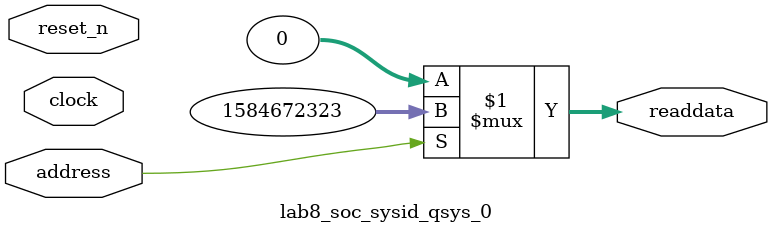
<source format=v>



// synthesis translate_off
`timescale 1ns / 1ps
// synthesis translate_on

// turn off superfluous verilog processor warnings 
// altera message_level Level1 
// altera message_off 10034 10035 10036 10037 10230 10240 10030 

module lab8_soc_sysid_qsys_0 (
               // inputs:
                address,
                clock,
                reset_n,

               // outputs:
                readdata
             )
;

  output  [ 31: 0] readdata;
  input            address;
  input            clock;
  input            reset_n;

  wire    [ 31: 0] readdata;
  //control_slave, which is an e_avalon_slave
  assign readdata = address ? 1584672323 : 0;

endmodule



</source>
